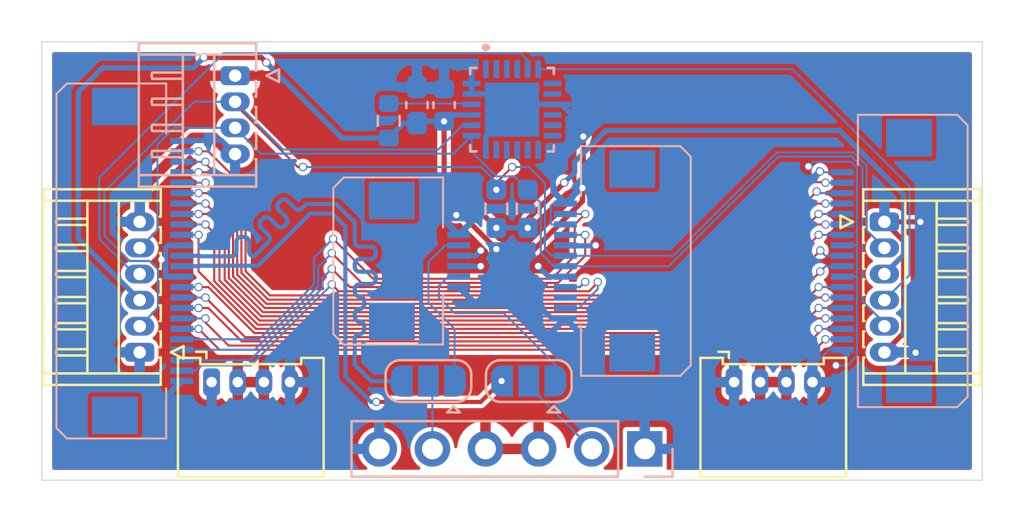
<source format=kicad_pcb>
(kicad_pcb (version 20240108) (generator "pcbnew") (generator_version "8.0")
  (layers (0 "F.Cu" signal) (31 "B.Cu" signal) (34 "B.Paste" user) (35 "F.Paste" user) (36 "B.SilkS" user "B.Silkscreen") (37 "F.SilkS" user "F.Silkscreen") (38 "B.Mask" user) (39 "F.Mask" user) (44 "Edge.Cuts" user))
  (net 0 "")
  (net 1 "GND")
  (net 2 "+3V3")
  (net 3 "+5V")
  (net 4 "SCL")
  (net 5 "SDA")
  (net 6 "Net-(U2-~{INT})")
  (net 7 "EXP Comms B")
  (net 8 "EXP Comms A")
  (net 11 "XShut 0")
  (net 18 "XShut 1")
  (net 25 "GPIO 2")
  (net 26 "GPIO 1")
  (net 27 "GPIO 0")
  (net 28 "GPIO 3")
  (net 29 "Exp 11")
  (net 30 "Exp 5")
  (net 31 "Exp 7")
  (net 32 "Exp 4")
  (net 33 "Exp 13")
  (net 34 "Exp 0")
  (net 35 "Exp 2")
  (net 36 "Exp 12")
  (net 37 "Exp 8")
  (net 38 "Exp 10")
  (net 39 "Exp 6")
  (net 40 "Exp 9")
  (net 41 "Exp 1")
  (net 42 "Exp 3")
  (net 43 "USB -")
  (net 44 "USB +")
  (net 45 "Net-(J2-Pin_2)")
  (net 46 "Net-(J2-Pin_5)")
  (footprint "Connector_Molex:Molex_PicoBlade_53048-0410_1x04_P1.25mm_Horizontal" (layer "F.Cu") (at 135.625 105.8)
    (property "Reference" "J4" (hide yes))
    (property "Value" "JST [D]" (hide yes))
  )
  (footprint "Connector_Hirose:Hirose_DF13-06P-1.25DS_1x06_P1.25mm_Horizontal" (layer "F.Cu") (at 132.1825 104.375001 90)
    (property "Reference" "U3" (hide yes))
    (property "Value" "TOF 0" (hide yes))
  )
  (footprint "Connector_Molex:Molex_PicoBlade_53048-0410_1x04_P1.25mm_Horizontal" (layer "F.Cu") (at 160.625 105.8)
    (property "Reference" "J3" (hide yes))
    (property "Value" "JST [D]" (hide yes))
  )
  (footprint "Connector_Hirose:Hirose_DF13-06P-1.25DS_1x06_P1.25mm_Horizontal" (layer "F.Cu") (at 167.8175 98.125 -90)
    (property "Reference" "U4" (hide yes))
    (property "Value" "TOF 1" (hide yes))
  )
  (footprint "Jumper:SolderJumper-3_P1.3mm_Open_RoundedPad1.0x1.5mm" (layer "B.Cu") (at 150.8 105.75 180)
    (property "Reference" "JP1" (hide yes))
    (property "Value" "SolderJumper_3_Open" (hide yes))
  )
  (footprint "Connector_PinHeader_2.54mm:PinHeader_1x06_P2.54mm_Vertical" (layer "B.Cu") (at 156.35 109 90)
    (property "Reference" "J2" (hide yes))
    (property "Value" "Pogo Pins" (hide yes))
  )
  (footprint "Resistor_SMD:R_0603_1608Metric" (layer "B.Cu") (at 144.1 93.285 90)
    (property "Reference" "R3" (hide yes))
    (property "Value" "10K" (hide yes))
  )
  (footprint "Connector_Hirose:Hirose_DF13-04P-1.25DS_1x04_P1.25mm_Horizontal" (layer "B.Cu") (at 136.75 91.125 -90)
    (property "Reference" "J1" (hide yes))
    (property "Value" "USB" (hide yes))
  )
  (footprint "FFC_Connector:FFC Aliexpress 0.5mm 6P" (layer "B.Cu") (at 146.5 100 90)
    (property "Reference" "U1" (hide yes))
    (property "Value" "Comms Link Expansion" (hide yes))
  )
  (footprint "Resistor_SMD:R_0603_1608Metric_Pad0.98x0.95mm_HandSolder" (layer "B.Cu") (at 149.25 97.5 90)
    (property "Reference" "R2" (hide yes))
    (property "Value" "10K" (hide yes))
  )
  (footprint "Capacitor_SMD:C_0603_1608Metric_Pad1.08x0.95mm_HandSolder" (layer "B.Cu") (at 145.45 92.535 90)
    (property "Reference" "C2" (hide yes))
    (property "Value" "22uF" (hide yes))
  )
  (footprint "Resistor_SMD:R_0603_1608Metric_Pad0.98x0.95mm_HandSolder" (layer "B.Cu") (at 150.75 97.5 90)
    (property "Reference" "R1" (hide yes))
    (property "Value" "10K" (hide yes))
  )
  (footprint "Capacitor_SMD:C_0603_1608Metric" (layer "B.Cu") (at 146.75 92.535 90)
    (property "Reference" "C1" (hide yes))
    (property "Value" "0.1uF" (hide yes))
  )
  (footprint "IO_Expander_TCA9535RTWR:QFN50P400X400X80-25N" (layer "B.Cu") (at 150 92.75 -90)
    (property "Reference" "U2" (hide yes))
    (property "Value" "TCA9535RTWR" (hide yes))
  )
  (footprint "FFC_Connector:FFC Aliexpress 0.5mm 24P" (layer "B.Cu") (at 133.25 100 90)
    (property "Reference" "U7" (hide yes))
    (property "Value" "Expansion" (hide yes))
  )
  (footprint "FFC_Connector:FFC Aliexpress 0.5mm 18P" (layer "B.Cu") (at 166.75 100 -90)
    (property "Reference" "U6" (hide yes))
    (property "Value" "Display" (hide yes))
  )
  (footprint "Jumper:SolderJumper-3_P1.3mm_Open_RoundedPad1.0x1.5mm" (layer "B.Cu") (at 146 105.75 180)
    (property "Reference" "JP2" (hide yes))
    (property "Value" "SolderJumper_3_Open" (hide yes))
  )
  (footprint "FFC_Connector:FFC Aliexpress 0.5mm 12P" (layer "B.Cu") (at 153.5 100 -90)
    (property "Reference" "U5" (hide yes))
    (property "Value" "FFC [U]" (hide yes))
  )
  (gr_rect (start 127.5 89.5) (end 172.5 110.5) (stroke (width 0.05)) (fill none) (layer "Edge.Cuts"))
  (segment (start 149.25 99.43) (end 151.077537 99.43) (width 0.25) (layer "F.Cu") (net 1))
  (segment (start 147.62 97.8) (end 147.33 97.8) (width 0.25) (layer "F.Cu") (net 1))
  (segment (start 167.8175 104.374999) (end 169.294999 104.374999) (width 0.25) (layer "F.Cu") (net 1))
  (segment (start 168.7425 103.449999) (end 167.8175 104.374999) (width 0.25) (layer "F.Cu") (net 1))
  (segment (start 132.1825 98.125002) (end 132.1825 96.648261) (width 0.5) (layer "F.Cu") (net 1))
  (segment (start 153.37 97.137537) (end 153.37 96.5) (width 0.25) (layer "F.Cu") (net 1))
  (segment (start 149.25 99.43) (end 147.62 97.8) (width 0.25) (layer "F.Cu") (net 1))
  (segment (start 168.7425 99.05) (end 168.7425 103.449999) (width 0.25) (layer "F.Cu") (net 1))
  (segment (start 167.8175 98.125) (end 168.7425 99.05) (width 0.25) (layer "F.Cu") (net 1))
  (segment (start 151.077537 99.43) (end 153.37 97.137537) (width 0.25) (layer "F.Cu") (net 1))
  (segment (start 167.8175 98.125) (end 169.535 98.125) (width 0.25) (layer "F.Cu") (net 1))
  (segment (start 153.41 96.46) (end 153.37 96.5) (width 0.25) (layer "F.Cu") (net 1))
  (segment (start 135.74 94.1) (end 136.514999 94.874999) (width 0.5) (layer "F.Cu") (net 1))
  (segment (start 132.1825 96.648261) (end 134.730761 94.1) (width 0.5) (layer "F.Cu") (net 1))
  (segment (start 136.514999 94.874999) (end 136.75 94.874999) (width 0.5) (layer "F.Cu") (net 1))
  (segment (start 169.294999 104.374999) (end 169.31 104.39) (width 0.25) (layer "F.Cu") (net 1))
  (segment (start 169.535 98.125) (end 169.54 98.13) (width 0.25) (layer "F.Cu") (net 1))
  (segment (start 153.41 94.04) (end 153.41 96.46) (width 0.25) (layer "F.Cu") (net 1))
  (segment (start 134.730761 94.1) (end 135.74 94.1) (width 0.5) (layer "F.Cu") (net 1))
  (via (at 149.25 99.43) (size 0.4) (drill 0.3) (layers "F.Cu" "B.Cu") (net 1))
  (via (at 147.33 97.8) (size 0.4) (drill 0.3) (layers "F.Cu" "B.Cu") (net 1))
  (via (at 169.54 98.13) (size 0.4) (drill 0.3) (layers "F.Cu" "B.Cu") (net 1))
  (via (at 164.731671 95.713341) (size 0.4) (drill 0.3) (layers "F.Cu" "B.Cu") (net 1))
  (via (at 153.41 94.04) (size 0.4) (drill 0.3) (layers "F.Cu" "B.Cu") (net 1))
  (via (at 169.31 104.39) (size 0.4) (drill 0.3) (layers "F.Cu" "B.Cu") (net 1))
  (via (at 153.37 96.5) (size 0.4) (drill 0.3) (layers "F.Cu" "B.Cu") (net 1))
  (segment (start 148.75 94) (end 150 92.75) (width 0.25) (layer "B.Cu") (net 1))
  (segment (start 151.85 97.36) (end 151.96 97.25) (width 0.1) (layer "B.Cu") (net 1))
  (segment (start 150.25 92.5) (end 151.935 92.5) (width 0.25) (layer "B.Cu") (net 1))
  (segment (start 149.27 99.62) (end 149.27 99.45) (width 0.25) (layer "B.Cu") (net 1))
  (segment (start 165.8 95.75) (end 164.76833 95.75) (width 0.1) (layer "B.Cu") (net 1))
  (segment (start 153.37 96.5) (end 153.3 96.5) (width 0.25) (layer "B.Cu") (net 1))
  (segment (start 152.55 102.75) (end 151.9 102.75) (width 0.25) (layer "B.Cu") (net 1))
  (segment (start 152.55 98.250001) (end 151.9 98.250001) (width 0.1) (layer "B.Cu") (net 1))
  (segment (start 164.76833 95.75) (end 164.731671 95.713341) (width 0.1) (layer "B.Cu") (net 1))
  (segment (start 153.3 96.5) (end 152.55 97.25) (width 0.25) (layer "B.Cu") (net 1))
  (segment (start 148.75 94.685) (end 148.75 94) (width 0.25) (layer "B.Cu") (net 1))
  (segment (start 164.375 105.8) (end 164.375 105.05) (width 0.1) (layer "B.Cu") (net 1))
  (segment (start 164.375 105.05) (end 165.175 104.25) (width 0.1) (layer "B.Cu") (net 1))
  (segment (start 151.935 92.5) (end 152.365 92.5) (width 0.25) (layer "B.Cu") (net 1))
  (segment (start 134.224999 94.225) (end 136.100001 94.225) (width 0.25) (layer "B.Cu") (net 1))
  (segment (start 148.065 91.5) (end 148.065 91.999999) (width 0.25) (layer "B.Cu") (net 1))
  (segment (start 151.96 97.25) (end 152.55 97.25) (width 0.1) (layer "B.Cu") (net 1))
  (segment (start 149.27 99.45) (end 149.25 99.43) (width 0.25) (layer "B.Cu") (net 1))
  (segment (start 136.100001 94.225) (end 136.75 94.874999) (width 0.25) (layer "B.Cu") (net 1))
  (segment (start 148.064999 92) (end 149.25 92) (width 0.25) (layer "B.Cu") (net 1))
  (segment (start 150 92.75) (end 150.25 92.5) (width 0.25) (layer "B.Cu") (net 1))
  (segment (start 149.27 100.12) (end 149.27 99.62) (width 0.25) (layer "B.Cu") (net 1))
  (segment (start 149.25 92) (end 150 92.75) (width 0.25) (layer "B.Cu") (net 1))
  (segment (start 151.9 102.75) (end 149.27 100.12) (width 0.25) (layer "B.Cu") (net 1))
  (segment (start 151.85 98.200001) (end 151.85 97.36) (width 0.1) (layer "B.Cu") (net 1))
  (segment (start 148.065 91.999999) (end 148.064999 92) (width 0.25) (layer "B.Cu") (net 1))
  (segment (start 165.175 104.25) (end 165.8 104.25) (width 0.1) (layer "B.Cu") (net 1))
  (segment (start 152.365 92.5) (end 153.41 93.545) (width 0.25) (layer "B.Cu") (net 1))
  (segment (start 134.199999 94.25) (end 134.224999 94.225) (width 0.25) (layer "B.Cu") (net 1))
  (segment (start 151.9 98.250001) (end 151.85 98.200001) (width 0.1) (layer "B.Cu") (net 1))
  (segment (start 153.41 93.545) (end 153.41 94.04) (width 0.25) (layer "B.Cu") (net 1))
  (segment (start 150.75 98.4125) (end 150.75 98) (width 0.25) (layer "F.Cu") (net 2))
  (segment (start 149.25 98.4125) (end 146.75 95.9125) (width 0.25) (layer "F.Cu") (net 2))
  (segment (start 138 90.25) (end 138.25 90.5) (width 0.25) (layer "F.Cu") (net 2))
  (segment (start 150.75 98) (end 152.5 96.25) (width 0.25) (layer "F.Cu") (net 2))
  (segment (start 146.75 95.9125) (end 146.75 93.31) (width 0.25) (layer "F.Cu") (net 2))
  (segment (start 135.25 90.25) (end 138 90.25) (width 0.25) (layer "F.Cu") (net 2))
  (via (at 150.75 98.4125) (size 0.4) (drill 0.3) (layers "F.Cu" "B.Cu") (net 2))
  (via (at 149.25 98.4125) (size 0.4) (drill 0.3) (layers "F.Cu" "B.Cu") (net 2))
  (via (at 146.75 93.31) (size 0.4) (drill 0.3) (layers "F.Cu" "B.Cu") (net 2))
  (via (at 135.25 90.25) (size 0.4) (drill 0.3) (layers "F.Cu" "B.Cu") (net 2))
  (via (at 138.25 90.5) (size 0.4) (drill 0.3) (layers "F.Cu" "B.Cu") (net 2))
  (via (at 152.5 96.25) (size 0.4) (drill 0.3) (layers "F.Cu" "B.Cu") (net 2))
  (segment (start 148.065 93) (end 147.06 93) (width 0.25) (layer "B.Cu") (net 2))
  (segment (start 132.1825 101.875001) (end 129.25 98.942501) (width 0.25) (layer "B.Cu") (net 2))
  (segment (start 154.5 93.75) (end 165.671751 93.75) (width 0.25) (layer "B.Cu") (net 2))
  (segment (start 129.25 98.942501) (end 129.25 93) (width 0.25) (layer "B.Cu") (net 2))
  (segment (start 153 95.25) (end 154.5 93.75) (width 0.25) (layer "B.Cu") (net 2))
  (segment (start 145.45 93.397501) (end 144.812499 93.397501) (width 0.25) (layer "B.Cu") (net 2))
  (segment (start 149.25 98.4125) (end 150.75 98.4125) (width 0.25) (layer "B.Cu") (net 2))
  (segment (start 131 90.75) (end 134.75 90.75) (width 0.25) (layer "B.Cu") (net 2))
  (segment (start 165.671751 93.75) (end 168.7425 96.820749) (width 0.25) (layer "B.Cu") (net 2))
  (segment (start 153 95.75) (end 153 95.25) (width 0.25) (layer "B.Cu") (net 2))
  (segment (start 146.75 93.31) (end 145.537501 93.31) (width 0.25) (layer "B.Cu") (net 2))
  (segment (start 138.25 90.5) (end 141.86 94.11) (width 0.25) (layer "B.Cu") (net 2))
  (segment (start 130.4 90.75) (end 131 90.75) (width 0.25) (layer "B.Cu") (net 2))
  (segment (start 144.812499 93.397501) (end 144.1 94.11) (width 0.25) (layer "B.Cu") (net 2))
  (segment (start 147.06 93) (end 146.75 93.31) (width 0.25) (layer "B.Cu") (net 2))
  (segment (start 141.86 94.11) (end 144.1 94.11) (width 0.25) (layer "B.Cu") (net 2))
  (segment (start 129.25 91.9) (end 130.4 90.75) (width 0.25) (layer "B.Cu") (net 2))
  (segment (start 134.75 90.75) (end 135.25 90.25) (width 0.25) (layer "B.Cu") (net 2))
  (segment (start 168.7425 99.7) (end 167.8175 100.625) (width 0.25) (layer "B.Cu") (net 2))
  (segment (start 168.7425 96.820749) (end 168.7425 99.7) (width 0.25) (layer "B.Cu") (net 2))
  (segment (start 145.537501 93.31) (end 145.45 93.397501) (width 0.25) (layer "B.Cu") (net 2))
  (segment (start 129.25 93) (end 129.25 91.9) (width 0.25) (layer "B.Cu") (net 2))
  (segment (start 152.5 96.25) (end 153 95.75) (width 0.25) (layer "B.Cu") (net 2))
  (via (at 151.25 100.25) (size 0.4) (drill 0.3) (layers "F.Cu" "B.Cu") (net 3))
  (via (at 148.5 100.25) (size 0.4) (drill 0.3) (layers "F.Cu" "B.Cu") (net 3))
  (via (at 164.183071 95.470356) (size 0.4) (drill 0.3) (layers "F.Cu" "B.Cu") (net 3))
  (via (at 154 99.25) (size 0.4) (drill 0.3) (layers "F.Cu" "B.Cu") (net 3))
  (via (at 148.5 99.5) (size 0.4) (drill 0.3) (layers "F.Cu" "B.Cu") (net 3))
  (via (at 133.23 99.93) (size 0.4) (drill 0.3) (layers "F.Cu" "B.Cu") (net 3))
  (via (at 165.5 105) (size 0.4) (drill 0.3) (layers "F.Cu" "B.Cu") (net 3))
  (segment (start 151.750001 100.750001) (end 151.25 100.25) (width 0.25) (layer "B.Cu") (net 3))
  (segment (start 152.575001 99.275) (end 153.975 99.275) (width 0.25) (layer "B.Cu") (net 3))
  (segment (start 164.403427 95.25) (end 164.183071 95.470356) (width 0.1) (layer "B.Cu") (net 3))
  (segment (start 133.42 99.38) (end 133.42 100.74) (width 0.25) (layer "B.Cu") (net 3))
  (segment (start 133.430001 100.750001) (end 134.2 100.750001) (width 0.25) (layer "B.Cu") (net 3))
  (segment (start 133.42 100.74) (end 133.42 100.12) (width 0.25) (layer "B.Cu") (net 3))
  (segment (start 166.5 99.299999) (end 166.5 100.700001) (width 0.1) (layer "B.Cu") (net 3))
  (segment (start 164.558615 95.25) (end 164.403427 95.25) (width 0.1) (layer "B.Cu") (net 3))
  (segment (start 166.5 95.532842) (end 166.5 99.299999) (width 0.1) (layer "B.Cu") (net 3))
  (segment (start 147.45 99.75) (end 148.25 99.75) (width 0.25) (layer "B.Cu") (net 3))
  (segment (start 166.05 105) (end 165.5 105) (width 0.1) (layer "B.Cu") (net 3))
  (segment (start 147.45 100.25) (end 148.5 100.25) (width 0.25) (layer "B.Cu") (net 3))
  (segment (start 164.558615 95.25) (end 166.217158 95.25) (width 0.1) (layer "B.Cu") (net 3))
  (segment (start 153.975 99.275) (end 154 99.25) (width 0.25) (layer "B.Cu") (net 3))
  (segment (start 133.550001 99.249999) (end 133.42 99.38) (width 0.25) (layer "B.Cu") (net 3))
  (segment (start 152.55 99.249999) (end 152.575001 99.275) (width 0.25) (layer "B.Cu") (net 3))
  (segment (start 152.55 100.750001) (end 151.750001 100.750001) (width 0.25) (layer "B.Cu") (net 3))
  (segment (start 166.45 100.750001) (end 165.8 100.750001) (width 0.1) (layer "B.Cu") (net 3))
  (segment (start 165.8 99.249999) (end 166.45 99.249999) (width 0.1) (layer "B.Cu") (net 3))
  (segment (start 133.42 100.12) (end 133.23 99.93) (width 0.25) (layer "B.Cu") (net 3))
  (segment (start 166.5 100.700001) (end 166.5 104.55) (width 0.1) (layer "B.Cu") (net 3))
  (segment (start 166.5 104.55) (end 166.05 105) (width 0.1) (layer "B.Cu") (net 3))
  (segment (start 148.25 99.75) (end 148.5 99.5) (width 0.25) (layer "B.Cu") (net 3))
  (segment (start 166.217158 95.25) (end 166.5 95.532842) (width 0.1) (layer "B.Cu") (net 3))
  (segment (start 166.5 100.700001) (end 166.45 100.750001) (width 0.1) (layer "B.Cu") (net 3))
  (segment (start 166.45 99.249999) (end 166.5 99.299999) (width 0.1) (layer "B.Cu") (net 3))
  (segment (start 133.42 100.74) (end 133.430001 100.750001) (width 0.25) (layer "B.Cu") (net 3))
  (segment (start 134.2 99.249999) (end 133.550001 99.249999) (width 0.25) (layer "B.Cu") (net 3))
  (segment (start 148.065 94.758296) (end 149.256704 95.95) (width 0.1) (layer "B.Cu") (net 4))
  (segment (start 167.8175 103.125) (end 167.8175 102.973527) (width 0.1) (layer "B.Cu") (net 4))
  (segment (start 150.1125 95.95) (end 150.75 96.5875) (width 0.1) (layer "B.Cu") (net 4))
  (segment (start 136.75 93.625) (end 137.985 94.86) (width 0.1) (layer "B.Cu") (net 4))
  (segment (start 133.0325 98.525001) (end 133.0325 94.417499) (width 0.1) (layer "B.Cu") (net 4))
  (segment (start 132.1825 99.375001) (end 133.0325 98.525001) (width 0.1) (layer "B.Cu") (net 4))
  (segment (start 137.985 94.86) (end 147.205 94.86) (width 0.1) (layer "B.Cu") (net 4))
  (segment (start 162.75 95) (end 157.5 100.25) (width 0.1) (layer "B.Cu") (net 4))
  (segment (start 133.0325 94.417499) (end 133.824999 93.625) (width 0.1) (layer "B.Cu") (net 4))
  (segment (start 151.375 99.625) (end 152 100.25) (width 0.1) (layer "B.Cu") (net 4))
  (segment (start 166.7675 101.923527) (end 166.7675 95.5175) (width 0.1) (layer "B.Cu") (net 4))
  (segment (start 149.256704 95.95) (end 150.1125 95.95) (width 0.1) (layer "B.Cu") (net 4))
  (segment (start 152 100.25) (end 152.55 100.25) (width 0.1) (layer "B.Cu") (net 4))
  (segment (start 157.5 100.25) (end 152.55 100.25) (width 0.1) (layer "B.Cu") (net 4))
  (segment (start 166.25 95) (end 162.75 95) (width 0.1) (layer "B.Cu") (net 4))
  (segment (start 150.75 96.5875) (end 151.375 97.2125) (width 0.1) (layer "B.Cu") (net 4))
  (segment (start 148.065 94) (end 148.065 94.758296) (width 0.1) (layer "B.Cu") (net 4))
  (segment (start 147.205 94.86) (end 148.065 94) (width 0.1) (layer "B.Cu") (net 4))
  (segment (start 167.8175 102.973527) (end 166.7675 101.923527) (width 0.1) (layer "B.Cu") (net 4))
  (segment (start 133.824999 93.625) (end 136.75 93.625) (width 0.1) (layer "B.Cu") (net 4))
  (segment (start 151.375 97.2125) (end 151.375 99.625) (width 0.1) (layer "B.Cu") (net 4))
  (segment (start 166.7675 95.5175) (end 166.25 95) (width 0.1) (layer "B.Cu") (net 4))
  (segment (start 149.25 96.25) (end 149.25 96.5875) (width 0.1) (layer "F.Cu") (net 5))
  (segment (start 136.75 92.374999) (end 136.75 92.5) (width 0.1) (layer "F.Cu") (net 5))
  (segment (start 139.5 95.25) (end 139.75 95.5) (width 0.1) (layer "F.Cu") (net 5))
  (segment (start 139.75 95.5) (end 140 95.5) (width 0.1) (layer "F.Cu") (net 5))
  (segment (start 136.75 92.5) (end 139.5 95.25) (width 0.1) (layer "F.Cu") (net 5))
  (segment (start 150 95.5) (end 149.25 96.25) (width 0.1) (layer "F.Cu") (net 5))
  (via (at 149.25 96.5875) (size 0.4) (drill 0.3) (layers "F.Cu" "B.Cu") (net 5))
  (via (at 150 95.5) (size 0.4) (drill 0.3) (layers "F.Cu" "B.Cu") (net 5))
  (via (at 140 95.5) (size 0.4) (drill 0.3) (layers "F.Cu" "B.Cu") (net 5))
  (segment (start 133.06 100.403974) (end 133.06 102.247502) (width 0.1) (layer "B.Cu") (net 5))
  (segment (start 146.474999 94.66) (end 147.634999 93.5) (width 0.1) (layer "B.Cu") (net 5))
  (segment (start 130.5 98.791029) (end 131.708971 100) (width 0.1) (layer "B.Cu") (net 5))
  (segment (start 151.575 96.268297) (end 150.806703 95.5) (width 0.1) (layer "B.Cu") (net 5))
  (segment (start 166.332843 94.8) (end 166.9675 95.434657) (width 0.1) (layer "B.Cu") (net 5))
  (segment (start 148.523862 95.5) (end 149.25 96.226138) (width 0.1) (layer "B.Cu") (net 5))
  (segment (start 134.792158 92.374999) (end 130.5 96.667157) (width 0.1) (layer "B.Cu") (net 5))
  (segment (start 136.75 92.374999) (end 139.035001 94.66) (width 0.1) (layer "B.Cu") (net 5))
  (segment (start 139.035001 94.66) (end 146.474999 94.66) (width 0.1) (layer "B.Cu") (net 5))
  (segment (start 140 95.5) (end 148.523862 95.5) (width 0.1) (layer "B.Cu") (net 5))
  (segment (start 151.575 99.425) (end 151.575 96.268297) (width 0.1) (layer "B.Cu") (net 5))
  (segment (start 130.5 96.667157) (end 130.5 98.791029) (width 0.1) (layer "B.Cu") (net 5))
  (segment (start 151.9 99.75) (end 151.575 99.425) (width 0.1) (layer "B.Cu") (net 5))
  (segment (start 133.06 102.247502) (end 132.1825 103.125002) (width 0.1) (layer "B.Cu") (net 5))
  (segment (start 152.55 99.75) (end 157.717158 99.75) (width 0.1) (layer "B.Cu") (net 5))
  (segment (start 131.708971 100) (end 132.656026 100) (width 0.1) (layer "B.Cu") (net 5))
  (segment (start 132.656026 100) (end 133.06 100.403974) (width 0.1) (layer "B.Cu") (net 5))
  (segment (start 150.806703 95.5) (end 150 95.5) (width 0.1) (layer "B.Cu") (net 5))
  (segment (start 136.75 92.374999) (end 134.792158 92.374999) (width 0.1) (layer "B.Cu") (net 5))
  (segment (start 162.667158 94.8) (end 166.332843 94.8) (width 0.1) (layer "B.Cu") (net 5))
  (segment (start 147.634999 93.5) (end 148.064999 93.5) (width 0.1) (layer "B.Cu") (net 5))
  (segment (start 152.55 99.75) (end 151.9 99.75) (width 0.1) (layer "B.Cu") (net 5))
  (segment (start 166.9675 95.434657) (end 166.9675 98.524999) (width 0.1) (layer "B.Cu") (net 5))
  (segment (start 157.717158 99.75) (end 162.667158 94.8) (width 0.1) (layer "B.Cu") (net 5))
  (segment (start 149.25 96.226138) (end 149.25 96.5875) (width 0.1) (layer "B.Cu") (net 5))
  (segment (start 166.9675 98.524999) (end 167.8175 99.374999) (width 0.1) (layer "B.Cu") (net 5))
  (segment (start 148.025 92.46) (end 148.065 92.5) (width 0.1) (layer "B.Cu") (net 6))
  (segment (start 144.1 92.46) (end 148.025 92.46) (width 0.1) (layer "B.Cu") (net 6))
  (segment (start 147.25 103.25) (end 146 102) (width 0.1) (layer "B.Cu") (net 7))
  (segment (start 146 102) (end 146 100.049999) (width 0.1) (layer "B.Cu") (net 7))
  (segment (start 147.25 105.7) (end 147.25 103.25) (width 0.1) (layer "B.Cu") (net 7))
  (segment (start 147.3 105.75) (end 147.25 105.7) (width 0.1) (layer "B.Cu") (net 7))
  (segment (start 146.8 99.249999) (end 147.45 99.249999) (width 0.1) (layer "B.Cu") (net 7))
  (segment (start 146 100.049999) (end 146.8 99.249999) (width 0.1) (layer "B.Cu") (net 7))
  (segment (start 152.1 104.995) (end 149.605 102.5) (width 0.1) (layer "B.Cu") (net 8))
  (segment (start 152.1 105.75) (end 152.1 104.995) (width 0.1) (layer "B.Cu") (net 8))
  (segment (start 146.5 101.2) (end 146.949999 100.750001) (width 0.1) (layer "B.Cu") (net 8))
  (segment (start 147.25 102.5) (end 146.5 101.75) (width 0.1) (layer "B.Cu") (net 8))
  (segment (start 146.5 101.75) (end 146.5 101.2) (width 0.1) (layer "B.Cu") (net 8))
  (segment (start 146.949999 100.750001) (end 147.45 100.750001) (width 0.1) (layer "B.Cu") (net 8))
  (segment (start 149.605 102.5) (end 147.25 102.5) (width 0.1) (layer "B.Cu") (net 8))
  (segment (start 131.9325 100.625002) (end 130.25 98.942502) (width 0.1) (layer "B.Cu") (net 11))
  (segment (start 130.25 96) (end 136.2 90.05) (width 0.1) (layer "B.Cu") (net 11))
  (segment (start 130.25 98.942502) (end 130.25 96) (width 0.1) (layer "B.Cu") (net 11))
  (segment (start 132.1825 100.625002) (end 131.9325 100.625002) (width 0.1) (layer "B.Cu") (net 11))
  (segment (start 150.75 90.384999) (end 150.75 90.814999) (width 0.1) (layer "B.Cu") (net 11))
  (segment (start 136.2 90.05) (end 150.415001 90.05) (width 0.1) (layer "B.Cu") (net 11))
  (segment (start 150.415001 90.05) (end 150.75 90.384999) (width 0.1) (layer "B.Cu") (net 11))
  (segment (start 163.415 90.815) (end 151.25 90.815) (width 0.1) (layer "B.Cu") (net 18))
  (segment (start 169.0175 96.4175) (end 163.415 90.815) (width 0.1) (layer "B.Cu") (net 18))
  (segment (start 169.0175 100.674999) (end 169.0175 96.4175) (width 0.1) (layer "B.Cu") (net 18))
  (segment (start 167.8175 101.874999) (end 169.0175 100.674999) (width 0.1) (layer "B.Cu") (net 18))
  (segment (start 142.25 101.25) (end 153.25 101.25) (width 0.1) (layer "F.Cu") (net 25))
  (segment (start 141.375 100.375) (end 142.25 101.25) (width 0.1) (layer "F.Cu") (net 25))
  (segment (start 153.25 101.25) (end 153.5 101) (width 0.1) (layer "F.Cu") (net 25))
  (via (at 153.5 101) (size 0.4) (drill 0.3) (layers "F.Cu" "B.Cu") (net 25))
  (via (at 141.375 100.375) (size 0.4) (drill 0.3) (layers "F.Cu" "B.Cu") (net 25))
  (segment (start 152.55 101.25) (end 153.25 101.25) (width 0.1) (layer "B.Cu") (net 25))
  (segment (start 137.467158 104.75) (end 140.925 101.292158) (width 0.1) (layer "B.Cu") (net 25))
  (segment (start 134.2 104.75) (end 137.467158 104.75) (width 0.1) (layer "B.Cu") (net 25))
  (segment (start 140.925 100.825) (end 141.375 100.375) (width 0.1) (layer "B.Cu") (net 25))
  (segment (start 140.925 101.292158) (end 140.925 100.825) (width 0.1) (layer "B.Cu") (net 25))
  (segment (start 153.25 101.25) (end 153.5 101) (width 0.1) (layer "B.Cu") (net 25))
  (segment (start 152.2 101.05) (end 153.5 99.75) (width 0.1) (layer "F.Cu") (net 26))
  (segment (start 141.375 99.625) (end 142.8 101.05) (width 0.1) (layer "F.Cu") (net 26))
  (segment (start 153.5 99.75) (end 153.5 98.75) (width 0.1) (layer "F.Cu") (net 26))
  (segment (start 142.8 101.05) (end 152.2 101.05) (width 0.1) (layer "F.Cu") (net 26))
  (via (at 153.5 98.75) (size 0.4) (drill 0.3) (layers "F.Cu" "B.Cu") (net 26))
  (via (at 141.375 99.625) (size 0.4) (drill 0.3) (layers "F.Cu" "B.Cu") (net 26))
  (segment (start 137.684316 104.25) (end 134.2 104.25) (width 0.1) (layer "B.Cu") (net 26))
  (segment (start 152.55 98.75) (end 153.5 98.75) (width 0.1) (layer "B.Cu") (net 26))
  (segment (start 140.725 100.275) (end 140.725 101.209316) (width 0.1) (layer "B.Cu") (net 26))
  (segment (start 140.725 101.209316) (end 137.684316 104.25) (width 0.1) (layer "B.Cu") (net 26))
  (segment (start 141.375 99.625) (end 140.725 100.275) (width 0.1) (layer "B.Cu") (net 26))
  (segment (start 151.9 100.85) (end 153 99.75) (width 0.1) (layer "F.Cu") (net 27))
  (segment (start 153 99.75) (end 153 98.25) (width 0.1) (layer "F.Cu") (net 27))
  (segment (start 153 98.25) (end 153.5 97.75) (width 0.1) (layer "F.Cu") (net 27))
  (segment (start 143.35 100.85) (end 151.9 100.85) (width 0.1) (layer "F.Cu") (net 27))
  (segment (start 141.4375 98.9375) (end 143.35 100.85) (width 0.1) (layer "F.Cu") (net 27))
  (via (at 153.5 97.75) (size 0.4) (drill 0.3) (layers "F.Cu" "B.Cu") (net 27))
  (via (at 141.4375 98.9375) (size 0.4) (drill 0.3) (layers "F.Cu" "B.Cu") (net 27))
  (segment (start 141.426103 98.9375) (end 141.4375 98.9375) (width 0.1) (layer "B.Cu") (net 27))
  (segment (start 140.525 101.126474) (end 140.525 99.838603) (width 0.1) (layer "B.Cu") (net 27))
  (segment (start 137.901474 103.75) (end 140.525 101.126474) (width 0.1) (layer "B.Cu") (net 27))
  (segment (start 134.2 103.75) (end 137.901474 103.75) (width 0.1) (layer "B.Cu") (net 27))
  (segment (start 140.525 99.838603) (end 141.426103 98.9375) (width 0.1) (layer "B.Cu") (net 27))
  (segment (start 152.55 97.75) (end 153.5 97.75) (width 0.1) (layer "B.Cu") (net 27))
  (segment (start 154.100003 100.963606) (end 154.100003 101) (width 0.1) (layer "F.Cu") (net 28))
  (segment (start 141.7 101.45) (end 153.686397 101.45) (width 0.1) (layer "F.Cu") (net 28))
  (segment (start 153.686397 101.45) (end 154.100003 101.036394) (width 0.1) (layer "F.Cu") (net 28))
  (segment (start 154.100003 101.036394) (end 154.100003 100.963606) (width 0.1) (layer "F.Cu") (net 28))
  (segment (start 141.375 101.125) (end 141.7 101.45) (width 0.1) (layer "F.Cu") (net 28))
  (via (at 141.375 101.125) (size 0.4) (drill 0.3) (layers "F.Cu" "B.Cu") (net 28))
  (via (at 154.100003 101) (size 0.4) (drill 0.3) (layers "F.Cu" "B.Cu") (net 28))
  (segment (start 153.2 102.25) (end 154.100003 101.349997) (width 0.1) (layer "B.Cu") (net 28))
  (segment (start 137.5 105) (end 135.1 105) (width 0.1) (layer "B.Cu") (net 28))
  (segment (start 135.1 105) (end 134.85 105.25) (width 0.1) (layer "B.Cu") (net 28))
  (segment (start 152.55 102.25) (end 153.2 102.25) (width 0.1) (layer "B.Cu") (net 28))
  (segment (start 154.100003 101.349997) (end 154.100003 101) (width 0.1) (layer "B.Cu") (net 28))
  (segment (start 141.375 101.125) (end 137.5 105) (width 0.1) (layer "B.Cu") (net 28))
  (segment (start 134.85 105.25) (end 134.2 105.25) (width 0.1) (layer "B.Cu") (net 28))
  (segment (start 163.15 101.071282) (end 163.15 98.631937) (width 0.1) (layer "F.Cu") (net 29))
  (segment (start 162.171282 102.05) (end 163.15 101.071282) (width 0.1) (layer "F.Cu") (net 29))
  (segment (start 136.85 100.652043) (end 138.247957 102.05) (width 0.1) (layer "F.Cu") (net 29))
  (segment (start 164.531937 97.25) (end 165 97.25) (width 0.1) (layer "F.Cu") (net 29))
  (segment (start 135.468059 95.75) (end 136.85 97.131941) (width 0.1) (layer "F.Cu") (net 29))
  (segment (start 136.85 97.131941) (end 136.85 100.652043) (width 0.1) (layer "F.Cu") (net 29))
  (segment (start 138.247957 102.05) (end 162.171282 102.05) (width 0.1) (layer "F.Cu") (net 29))
  (segment (start 135 95.75) (end 135.468059 95.75) (width 0.1) (layer "F.Cu") (net 29))
  (segment (start 163.15 98.631937) (end 164.531937 97.25) (width 0.1) (layer "F.Cu") (net 29))
  (via (at 165 97.25) (size 0.4) (drill 0.3) (layers "F.Cu" "B.Cu") (net 29))
  (via (at 135 95.75) (size 0.4) (drill 0.3) (layers "F.Cu" "B.Cu") (net 29))
  (segment (start 165.8 97.25) (end 165 97.25) (width 0.1) (layer "B.Cu") (net 29))
  (segment (start 134.2 95.75) (end 135 95.75) (width 0.1) (layer "B.Cu") (net 29))
  (segment (start 137.750905 103.25) (end 162.668334 103.25) (width 0.1) (layer "F.Cu") (net 30))
  (segment (start 162.668334 103.25) (end 164.668336 101.249998) (width 0.1) (layer "F.Cu") (net 30))
  (segment (start 135 98.75) (end 135 100.499095) (width 0.1) (layer "F.Cu") (net 30))
  (segment (start 135 100.499095) (end 137.750905 103.25) (width 0.1) (layer "F.Cu") (net 30))
  (via (at 164.668336 101.249998) (size 0.4) (drill 0.3) (layers "F.Cu" "B.Cu") (net 30))
  (via (at 135 98.75) (size 0.4) (drill 0.3) (layers "F.Cu" "B.Cu") (net 30))
  (segment (start 164.668338 101.25) (end 164.668336 101.249998) (width 0.1) (layer "B.Cu") (net 30))
  (segment (start 134.2 98.75) (end 135 98.75) (width 0.1) (layer "B.Cu") (net 30))
  (segment (start 165.8 101.25) (end 164.668338 101.25) (width 0.1) (layer "B.Cu") (net 30))
  (segment (start 135.468063 97.75) (end 136 98.281937) (width 0.1) (layer "F.Cu") (net 31))
  (segment (start 163.992746 101.359904) (end 163.992746 100.257254) (width 0.1) (layer "F.Cu") (net 31))
  (segment (start 162.50265 102.85) (end 163.992746 101.359904) (width 0.1) (layer "F.Cu") (net 31))
  (segment (start 136 98.281937) (end 136 100.933411) (width 0.1) (layer "F.Cu") (net 31))
  (segment (start 163.992746 100.257254) (end 164.75 99.5) (width 0.1) (layer "F.Cu") (net 31))
  (segment (start 137.916589 102.85) (end 162.50265 102.85) (width 0.1) (layer "F.Cu") (net 31))
  (segment (start 135 97.75) (end 135.468063 97.75) (width 0.1) (layer "F.Cu") (net 31))
  (segment (start 136 100.933411) (end 137.916589 102.85) (width 0.1) (layer "F.Cu") (net 31))
  (via (at 164.75 99.5) (size 0.4) (drill 0.3) (layers "F.Cu" "B.Cu") (net 31))
  (via (at 135 97.75) (size 0.4) (drill 0.3) (layers "F.Cu" "B.Cu") (net 31))
  (segment (start 165 99.75) (end 164.75 99.5) (width 0.1) (layer "B.Cu") (net 31))
  (segment (start 165.8 99.75) (end 165 99.75) (width 0.1) (layer "B.Cu") (net 31))
  (segment (start 134.2 97.75) (end 135 97.75) (width 0.1) (layer "B.Cu") (net 31))
  (segment (start 164.531937 101.75) (end 162.831937 103.45) (width 0.1) (layer "F.Cu") (net 32))
  (segment (start 162.831937 103.45) (end 137.668063 103.45) (width 0.1) (layer "F.Cu") (net 32))
  (segment (start 135.468063 101.25) (end 135 101.25) (width 0.1) (layer "F.Cu") (net 32))
  (segment (start 165 101.75) (end 164.531937 101.75) (width 0.1) (layer "F.Cu") (net 32))
  (segment (start 137.668063 103.45) (end 135.468063 101.25) (width 0.1) (layer "F.Cu") (net 32))
  (via (at 135 101.25) (size 0.4) (drill 0.3) (layers "F.Cu" "B.Cu") (net 32))
  (via (at 165 101.75) (size 0.4) (drill 0.3) (layers "F.Cu" "B.Cu") (net 32))
  (segment (start 165.000001 101.749999) (end 165 101.75) (width 0.1) (layer "B.Cu") (net 32))
  (segment (start 134.2 101.25) (end 135 101.25) (width 0.1) (layer "B.Cu") (net 32))
  (segment (start 165.8 101.749999) (end 165.000001 101.749999) (width 0.1) (layer "B.Cu") (net 32))
  (segment (start 162.75 100.905598) (end 162.75 97.8636) (width 0.1) (layer "F.Cu") (net 33))
  (segment (start 162.005598 101.65) (end 162.75 100.905598) (width 0.1) (layer "F.Cu") (net 33))
  (segment (start 164.974264 96.224264) (end 165 96.25) (width 0.1) (layer "F.Cu") (net 33))
  (segment (start 138.413641 101.65) (end 162.005598 101.65) (width 0.1) (layer "F.Cu") (net 33))
  (segment (start 135.468063 94.75) (end 137.25 96.531937) (width 0.1) (layer "F.Cu") (net 33))
  (segment (start 137.25 100.486359) (end 138.413641 101.65) (width 0.1) (layer "F.Cu") (net 33))
  (segment (start 164.389336 96.224264) (end 164.974264 96.224264) (width 0.1) (layer "F.Cu") (net 33))
  (segment (start 135 94.75) (end 135.468063 94.75) (width 0.1) (layer "F.Cu") (net 33))
  (segment (start 137.25 96.531937) (end 137.25 100.486359) (width 0.1) (layer "F.Cu") (net 33))
  (segment (start 162.75 97.8636) (end 164.389336 96.224264) (width 0.1) (layer "F.Cu") (net 33))
  (via (at 165 96.25) (size 0.4) (drill 0.3) (layers "F.Cu" "B.Cu") (net 33))
  (via (at 135 94.75) (size 0.4) (drill 0.3) (layers "F.Cu" "B.Cu") (net 33))
  (segment (start 134.2 94.75) (end 135 94.75) (width 0.1) (layer "B.Cu") (net 33))
  (segment (start 165.8 96.25) (end 165 96.25) (width 0.1) (layer "B.Cu") (net 33))
  (segment (start 136 104.25) (end 164.5 104.25) (width 0.1) (layer "F.Cu") (net 34))
  (segment (start 135 103.25) (end 136 104.25) (width 0.1) (layer "F.Cu") (net 34))
  (segment (start 164.5 104.25) (end 165 103.75) (width 0.1) (layer "F.Cu") (net 34))
  (via (at 165 103.75) (size 0.4) (drill 0.3) (layers "F.Cu" "B.Cu") (net 34))
  (via (at 135 103.25) (size 0.4) (drill 0.3) (layers "F.Cu" "B.Cu") (net 34))
  (segment (start 165.8 103.75) (end 165 103.75) (width 0.1) (layer "B.Cu") (net 34))
  (segment (start 134.199999 103.25) (end 135 103.25) (width 0.1) (layer "B.Cu") (net 34))
  (segment (start 165 102.75) (end 164.531937 102.75) (width 0.1) (layer "F.Cu") (net 35))
  (segment (start 137.068063 103.85) (end 135.468063 102.25) (width 0.1) (layer "F.Cu") (net 35))
  (segment (start 135.468063 102.25) (end 135 102.25) (width 0.1) (layer "F.Cu") (net 35))
  (segment (start 164.531937 102.75) (end 163.431937 103.85) (width 0.1) (layer "F.Cu") (net 35))
  (segment (start 163.431937 103.85) (end 137.068063 103.85) (width 0.1) (layer "F.Cu") (net 35))
  (via (at 135 102.25) (size 0.4) (drill 0.3) (layers "F.Cu" "B.Cu") (net 35))
  (via (at 165 102.75) (size 0.4) (drill 0.3) (layers "F.Cu" "B.Cu") (net 35))
  (segment (start 134.2 102.25) (end 135 102.25) (width 0.1) (layer "B.Cu") (net 35))
  (segment (start 165.8 102.75) (end 165 102.75) (width 0.1) (layer "B.Cu") (net 35))
  (segment (start 135.2509 95.249998) (end 137.05 97.049098) (width 0.1) (layer "F.Cu") (net 36))
  (segment (start 162.08844 101.85) (end 162.95 100.98844) (width 0.1) (layer "F.Cu") (net 36))
  (segment (start 137.05 100.569201) (end 138.330799 101.85) (width 0.1) (layer "F.Cu") (net 36))
  (segment (start 137.05 97.049098) (end 137.05 100.569201) (width 0.1) (layer "F.Cu") (net 36))
  (segment (start 162.95 98.299997) (end 164.575733 96.674264) (width 0.1) (layer "F.Cu") (net 36))
  (segment (start 138.330799 101.85) (end 162.08844 101.85) (width 0.1) (layer "F.Cu") (net 36))
  (segment (start 162.95 100.98844) (end 162.95 98.299997) (width 0.1) (layer "F.Cu") (net 36))
  (via (at 135.331664 95.249998) (size 0.4) (drill 0.3) (layers "F.Cu" "B.Cu") (net 36))
  (via (at 164.575733 96.674264) (size 0.4) (drill 0.3) (layers "F.Cu" "B.Cu") (net 36))
  (segment (start 165.800001 96.75) (end 164.651469 96.75) (width 0.1) (layer "B.Cu") (net 36))
  (segment (start 164.651469 96.75) (end 164.575733 96.674264) (width 0.1) (layer "B.Cu") (net 36))
  (segment (start 134.2 95.25) (end 135.331662 95.25) (width 0.1) (layer "B.Cu") (net 36))
  (segment (start 135.331662 95.25) (end 135.331664 95.249998) (width 0.1) (layer "B.Cu") (net 36))
  (segment (start 162.419808 102.65) (end 137.999431 102.65) (width 0.1) (layer "F.Cu") (net 37))
  (segment (start 163.75 99.668334) (end 163.75 101.319808) (width 0.1) (layer "F.Cu") (net 37))
  (segment (start 136.25 98.168338) (end 135.331664 97.250002) (width 0.1) (layer "F.Cu") (net 37))
  (segment (start 164.668336 98.749998) (end 163.75 99.668334) (width 0.1) (layer "F.Cu") (net 37))
  (segment (start 163.75 101.319808) (end 162.419808 102.65) (width 0.1) (layer "F.Cu") (net 37))
  (segment (start 136.25 100.900569) (end 136.25 98.168338) (width 0.1) (layer "F.Cu") (net 37))
  (segment (start 137.999431 102.65) (end 136.25 100.900569) (width 0.1) (layer "F.Cu") (net 37))
  (via (at 135.331664 97.250002) (size 0.4) (drill 0.3) (layers "F.Cu" "B.Cu") (net 37))
  (via (at 164.668336 98.749998) (size 0.4) (drill 0.3) (layers "F.Cu" "B.Cu") (net 37))
  (segment (start 164.668338 98.75) (end 164.668336 98.749998) (width 0.1) (layer "B.Cu") (net 37))
  (segment (start 165.8 98.75) (end 164.668338 98.75) (width 0.1) (layer "B.Cu") (net 37))
  (segment (start 135.331662 97.25) (end 135.331664 97.250002) (width 0.1) (layer "B.Cu") (net 37))
  (segment (start 134.2 97.25) (end 135.331662 97.25) (width 0.1) (layer "B.Cu") (net 37))
  (segment (start 164.668336 97.749998) (end 163.35 99.068334) (width 0.1) (layer "F.Cu") (net 38))
  (segment (start 136.65 100.734885) (end 136.65 97.568338) (width 0.1) (layer "F.Cu") (net 38))
  (segment (start 163.35 99.068334) (end 163.35 101.154124) (width 0.1) (layer "F.Cu") (net 38))
  (segment (start 163.35 101.154124) (end 162.254124 102.25) (width 0.1) (layer "F.Cu") (net 38))
  (segment (start 138.165115 102.25) (end 136.65 100.734885) (width 0.1) (layer "F.Cu") (net 38))
  (segment (start 136.65 97.568338) (end 135.331664 96.250002) (width 0.1) (layer "F.Cu") (net 38))
  (segment (start 162.254124 102.25) (end 138.165115 102.25) (width 0.1) (layer "F.Cu") (net 38))
  (via (at 135.331664 96.250002) (size 0.4) (drill 0.3) (layers "F.Cu" "B.Cu") (net 38))
  (via (at 164.668336 97.749998) (size 0.4) (drill 0.3) (layers "F.Cu" "B.Cu") (net 38))
  (segment (start 134.2 96.25) (end 135.331662 96.25) (width 0.1) (layer "B.Cu") (net 38))
  (segment (start 135.331662 96.25) (end 135.331664 96.250002) (width 0.1) (layer "B.Cu") (net 38))
  (segment (start 164.668338 97.75) (end 164.668336 97.749998) (width 0.1) (layer "B.Cu") (net 38))
  (segment (start 165.8 97.75) (end 164.668338 97.75) (width 0.1) (layer "B.Cu") (net 38))
  (segment (start 164.75 100.5) (end 164.192746 101.057254) (width 0.1) (layer "F.Cu") (net 39))
  (segment (start 164.192746 101.442746) (end 162.585492 103.05) (width 0.1) (layer "F.Cu") (net 39))
  (segment (start 162.585492 103.05) (end 137.833747 103.05) (width 0.1) (layer "F.Cu") (net 39))
  (segment (start 137.833747 103.05) (end 135.75 100.966253) (width 0.1) (layer "F.Cu") (net 39))
  (segment (start 164.192746 101.057254) (end 164.192746 101.442746) (width 0.1) (layer "F.Cu") (net 39))
  (segment (start 135.75 100.966253) (end 135.75 98.668334) (width 0.1) (layer "F.Cu") (net 39))
  (segment (start 135.75 98.668334) (end 135.331664 98.249998) (width 0.1) (layer "F.Cu") (net 39))
  (via (at 135.331664 98.249998) (size 0.4) (drill 0.3) (layers "F.Cu" "B.Cu") (net 39))
  (via (at 164.75 100.5) (size 0.4) (drill 0.3) (layers "F.Cu" "B.Cu") (net 39))
  (segment (start 134.2 98.250001) (end 135.331661 98.250001) (width 0.1) (layer "B.Cu") (net 39))
  (segment (start 165 100.25) (end 164.75 100.5) (width 0.1) (layer "B.Cu") (net 39))
  (segment (start 135.331661 98.250001) (end 135.331664 98.249998) (width 0.1) (layer "B.Cu") (net 39))
  (segment (start 165.8 100.25) (end 165 100.25) (width 0.1) (layer "B.Cu") (net 39))
  (segment (start 162.336966 102.45) (end 163.55 101.236966) (width 0.1) (layer "F.Cu") (net 40))
  (segment (start 135.468059 96.75) (end 136.45 97.731941) (width 0.1) (layer "F.Cu") (net 40))
  (segment (start 136.45 97.731941) (end 136.45 100.817727) (width 0.1) (layer "F.Cu") (net 40))
  (segment (start 163.55 99.231937) (end 164.531937 98.25) (width 0.1) (layer "F.Cu") (net 40))
  (segment (start 163.55 101.236966) (end 163.55 99.231937) (width 0.1) (layer "F.Cu") (net 40))
  (segment (start 164.531937 98.25) (end 165 98.25) (width 0.1) (layer "F.Cu") (net 40))
  (segment (start 136.45 100.817727) (end 138.082273 102.45) (width 0.1) (layer "F.Cu") (net 40))
  (segment (start 135 96.75) (end 135.468059 96.75) (width 0.1) (layer "F.Cu") (net 40))
  (segment (start 138.082273 102.45) (end 162.336966 102.45) (width 0.1) (layer "F.Cu") (net 40))
  (via (at 165 98.25) (size 0.4) (drill 0.3) (layers "F.Cu" "B.Cu") (net 40))
  (via (at 135 96.75) (size 0.4) (drill 0.3) (layers "F.Cu" "B.Cu") (net 40))
  (segment (start 134.199999 96.75) (end 135 96.75) (width 0.1) (layer "B.Cu") (net 40))
  (segment (start 165.000001 98.250001) (end 165 98.25) (width 0.1) (layer "B.Cu") (net 40))
  (segment (start 165.8 98.250001) (end 165.000001 98.250001) (width 0.1) (layer "B.Cu") (net 40))
  (segment (start 135.331664 102.945267) (end 136.436397 104.05) (width 0.1) (layer "F.Cu") (net 41))
  (segment (start 135.331664 102.749998) (end 135.331664 102.945267) (width 0.1) (layer "F.Cu") (net 41))
  (segment (start 164.668336 103.445267) (end 164.668336 103.249998) (width 0.1) (layer "F.Cu") (net 41))
  (segment (start 136.436397 104.05) (end 164.063603 104.05) (width 0.1) (layer "F.Cu") (net 41))
  (segment (start 164.063603 104.05) (end 164.668336 103.445267) (width 0.1) (layer "F.Cu") (net 41))
  (via (at 164.668336 103.249998) (size 0.4) (drill 0.3) (layers "F.Cu" "B.Cu") (net 41))
  (via (at 135.331664 102.749998) (size 0.4) (drill 0.3) (layers "F.Cu" "B.Cu") (net 41))
  (segment (start 135.331662 102.75) (end 135.331664 102.749998) (width 0.1) (layer "B.Cu") (net 41))
  (segment (start 134.2 102.75) (end 135.331662 102.75) (width 0.1) (layer "B.Cu") (net 41))
  (segment (start 164.668338 103.25) (end 164.668336 103.249998) (width 0.1) (layer "B.Cu") (net 41))
  (segment (start 165.800001 103.25) (end 164.668338 103.25) (width 0.1) (layer "B.Cu") (net 41))
  (segment (start 164.668336 102.249998) (end 163.268334 103.65) (width 0.1) (layer "F.Cu") (net 42))
  (segment (start 137.231666 103.65) (end 163.268334 103.65) (width 0.1) (layer "F.Cu") (net 42))
  (segment (start 135.331664 101.749998) (end 137.231666 103.65) (width 0.1) (layer "F.Cu") (net 42))
  (via (at 164.668336 102.249998) (size 0.4) (drill 0.3) (layers "F.Cu" "B.Cu") (net 42))
  (via (at 135.331664 101.749998) (size 0.4) (drill 0.3) (layers "F.Cu" "B.Cu") (net 42))
  (segment (start 134.2 101.749999) (end 135.331663 101.749999) (width 0.1) (layer "B.Cu") (net 42))
  (segment (start 165.8 102.25) (end 164.668338 102.25) (width 0.1) (layer "B.Cu") (net 42))
  (segment (start 135.331663 101.749999) (end 135.331664 101.749998) (width 0.1) (layer "B.Cu") (net 42))
  (segment (start 164.668338 102.25) (end 164.668336 102.249998) (width 0.1) (layer "B.Cu") (net 42))
  (segment (start 143.475 99.551987) (end 143.475 99.671987) (width 0.2) (layer "B.Cu") (net 43))
  (segment (start 142.715 99.311987) (end 143.235 99.311987) (width 0.2) (layer "B.Cu") (net 43))
  (segment (start 142.475 98.1568) (end 141.5932 97.275) (width 0.2) (layer "B.Cu") (net 43))
  (segment (start 139.616117 97.476271) (end 139.262811 97.122965) (width 0.2) (layer "B.Cu") (net 43))
  (segment (start 143.235 99.911987) (end 142.715 99.911987) (width 0.2) (layer "B.Cu") (net 43))
  (segment (start 143.475 100.751987) (end 143.475 100.871987) (width 0.2) (layer "B.Cu") (net 43))
  (segment (start 137.989983 98.395723) (end 138.343323 98.749063) (width 0.2) (layer "B.Cu") (net 43))
  (segment (start 142.715 100.511987) (end 143.235 100.511987) (width 0.2) (layer "B.Cu") (net 43))
  (segment (start 137.4168 99.535) (end 137.4168 99.085349) (width 0.2) (layer "B.Cu") (net 43))
  (segment (start 135.050001 99.775) (end 135.025001 99.75) (width 0.2) (layer "B.Cu") (net 43))
  (segment (start 140.1568 97.275) (end 139.955529 97.476271) (width 0.2) (layer "B.Cu") (net 43))
  (segment (start 136.024746 99.775) (end 135.050001 99.775) (width 0.2) (layer "B.Cu") (net 43))
  (segment (start 138.074836 97.971459) (end 137.989983 98.056311) (width 0.2) (layer "B.Cu") (net 43))
  (segment (start 136.8168 99.085349) (end 136.8168 99.535) (width 0.2) (layer "B.Cu") (net 43))
  (segment (start 142.925 101.921987) (end 142.925 102.071987) (width 0.2) (layer "B.Cu") (net 43))
  (segment (start 142.475 104.975) (end 142.820203 105.320203) (width 0.2) (layer "B.Cu") (net 43))
  (segment (start 137.1768 98.845349) (end 137.0568 98.845349) (width 0.2) (layer "B.Cu") (net 43))
  (segment (start 142.475 103.871987) (end 142.475 104.975) (width 0.2) (layer "B.Cu") (net 43))
  (segment (start 138.923399 97.122965) (end 138.838546 97.207817) (width 0.2) (layer "B.Cu") (net 43))
  (segment (start 143.235 101.111987) (end 142.715 101.111987) (width 0.2) (layer "B.Cu") (net 43))
  (segment (start 143.25 105.75) (end 144.7 105.75) (width 0.2) (layer "B.Cu") (net 43))
  (segment (start 135.025001 99.75) (end 134.2 99.75) (width 0.2) (layer "B.Cu") (net 43))
  (segment (start 138.767588 98.3248) (end 138.414247 97.971459) (width 0.2) (layer "B.Cu") (net 43))
  (segment (start 138.258471 99.173328) (end 137.798852 99.632948) (width 0.2) (layer "B.Cu") (net 43))
  (segment (start 142.475 103.721987) (end 142.475 103.871987) (width 0.2) (layer "B.Cu") (net 43))
  (segment (start 136.5768 99.775) (end 136.4568 99.775) (width 0.2) (layer "B.Cu") (net 43))
  (segment (start 142.925 103.121987) (end 142.925 103.271987) (width 0.2) (layer "B.Cu") (net 43))
  (segment (start 142.475 101.351987) (end 142.475 101.471987) (width 0.2) (layer "B.Cu") (net 43))
  (segment (start 139.107 98.324799) (end 139.107 98.3248) (width 0.2) (layer "B.Cu") (net 43))
  (segment (start 142.475 99.071987) (end 142.475 98.1568) (width 0.2) (layer "B.Cu") (net 43))
  (segment (start 137.798852 99.632948) (end 137.6568 99.775) (width 0.2) (layer "B.Cu") (net 43))
  (segment (start 142.820203 105.320203) (end 143.25 105.75) (width 0.2) (layer "B.Cu") (net 43))
  (segment (start 141.5932 97.275) (end 140.1568 97.275) (width 0.2) (layer "B.Cu") (net 43))
  (segment (start 138.343323 99.088474) (end 138.258471 99.173328) (width 0.2) (layer "B.Cu") (net 43))
  (segment (start 142.475 102.521987) (end 142.475 102.671987) (width 0.2) (layer "B.Cu") (net 43))
  (segment (start 142.475 100.151987) (end 142.475 100.271987) (width 0.2) (layer "B.Cu") (net 43))
  (segment (start 136.4568 99.775) (end 136.024746 99.775) (width 0.2) (layer "B.Cu") (net 43))
  (segment (start 139.191851 98.239946) (end 139.107 98.324799) (width 0.2) (layer "B.Cu") (net 43))
  (segment (start 138.838546 97.547229) (end 139.191851 97.900534) (width 0.2) (layer "B.Cu") (net 43))
  (arc (start 137.6568 99.775) (mid 137.487094 99.704706) (end 137.4168 99.535) (width 0.2) (layer "B.Cu") (net 43))
  (arc (start 139.262811 97.122965) (mid 139.093105 97.05267) (end 138.923399 97.122965) (width 0.2) (layer "B.Cu") (net 43))
  (arc (start 142.925 102.071987) (mid 142.859099 102.231086) (end 142.7 102.296987) (width 0.2) (layer "B.Cu") (net 43))
  (arc (start 137.0568 98.845349) (mid 136.887094 98.915643) (end 136.8168 99.085349) (width 0.2) (layer "B.Cu") (net 43))
  (arc (start 142.925 103.271987) (mid 142.859099 103.431086) (end 142.7 103.496987) (width 0.2) (layer "B.Cu") (net 43))
  (arc (start 142.475 99.071987) (mid 142.545294 99.241693) (end 142.715 99.311987) (width 0.2) (layer "B.Cu") (net 43))
  (arc (start 142.7 102.296987) (mid 142.540901 102.362888) (end 142.475 102.521987) (width 0.2) (layer "B.Cu") (net 43))
  (arc (start 142.475 101.471987) (mid 142.540901 101.631086) (end 142.7 101.696987) (width 0.2) (layer "B.Cu") (net 43))
  (arc (start 142.7 101.696987) (mid 142.859099 101.762888) (end 142.925 101.921987) (width 0.2) (layer "B.Cu") (net 43))
  (arc (start 139.107 98.3248) (mid 138.937294 98.395095) (end 138.767588 98.3248) (width 0.2) (layer "B.Cu") (net 43))
  (arc (start 139.191851 97.900534) (mid 139.262146 98.07024) (end 139.191851 98.239946) (width 0.2) (layer "B.Cu") (net 43))
  (arc (start 138.838546 97.207817) (mid 138.768251 97.377523) (end 138.838546 97.547229) (width 0.2) (layer "B.Cu") (net 43))
  (arc (start 143.475 99.671987) (mid 143.404706 99.841693) (end 143.235 99.911987) (width 0.2) (layer "B.Cu") (net 43))
  (arc (start 143.475 100.871987) (mid 143.404706 101.041693) (end 143.235 101.111987) (width 0.2) (layer "B.Cu") (net 43))
  (arc (start 142.475 100.271987) (mid 142.545294 100.441693) (end 142.715 100.511987) (width 0.2) (layer "B.Cu") (net 43))
  (arc (start 139.955529 97.476271) (mid 139.785823 97.546566) (end 139.616117 97.476271) (width 0.2) (layer "B.Cu") (net 43))
  (arc (start 143.235 100.511987) (mid 143.404706 100.582281) (end 143.475 100.751987) (width 0.2) (layer "B.Cu") (net 43))
  (arc (start 142.7 103.496987) (mid 142.540901 103.562888) (end 142.475 103.721987) (width 0.2) (layer "B.Cu") (net 43))
  (arc (start 142.7 102.896987) (mid 142.859099 102.962888) (end 142.925 103.121987) (width 0.2) (layer "B.Cu") (net 43))
  (arc (start 142.715 101.111987) (mid 142.545294 101.182281) (end 142.475 101.351987) (width 0.2) (layer "B.Cu") (net 43))
  (arc (start 137.4168 99.085349) (mid 137.346506 98.915643) (end 137.1768 98.845349) (width 0.2) (layer "B.Cu") (net 43))
  (arc (start 136.8168 99.535) (mid 136.746506 99.704706) (end 136.5768 99.775) (width 0.2) (layer "B.Cu") (net 43))
  (arc (start 138.343323 98.749063) (mid 138.413617 98.918769) (end 138.343323 99.088474) (width 0.2) (layer "B.Cu") (net 43))
  (arc (start 137.989983 98.056311) (mid 137.919688 98.226017) (end 137.989983 98.395723) (width 0.2) (layer "B.Cu") (net 43))
  (arc (start 142.715 99.911987) (mid 142.545294 99.982281) (end 142.475 100.151987) (width 0.2) (layer "B.Cu") (net 43))
  (arc (start 138.414247 97.971459) (mid 138.244542 97.901164) (end 138.074836 97.971459) (width 0.2) (layer "B.Cu") (net 43))
  (arc (start 142.475 102.671987) (mid 142.540901 102.831086) (end 142.7 102.896987) (width 0.2) (layer "B.Cu") (net 43))
  (arc (start 143.235 99.311987) (mid 143.404706 99.382281) (end 143.475 99.551987) (width 0.2) (layer "B.Cu") (net 43))
  (segment (start 145 106.75) (end 143.5 106.75) (width 0.2) (layer "F.Cu") (net 44))
  (segment (start 149.5 105.75) (end 148.5 106.75) (width 0.2) (layer "F.Cu") (net 44))
  (segment (start 148.5 106.75) (end 145 106.75) (width 0.2) (layer "F.Cu") (net 44))
  (via (at 143.5 106.75) (size 0.4) (drill 0.3) (layers "F.Cu" "B.Cu") (net 44))
  (via (at 149.5 105.75) (size 0.4) (drill 0.3) (layers "F.Cu" "B.Cu") (net 44))
  (segment (start 137.8432 100.225) (end 135.050001 100.225) (width 0.2) (layer "B.Cu") (net 44))
  (segment (start 142.025 105.525) (end 142.025 98.3432) (width 0.2) (layer "B.Cu") (net 44))
  (segment (start 143.5 106.75) (end 143.25 106.75) (width 0.2) (layer "B.Cu") (net 44))
  (segment (start 140.3432 97.725) (end 137.8432 100.225) (width 0.2) (layer "B.Cu") (net 44))
  (segment (start 135.050001 100.225) (end 135.025001 100.25) (width 0.2) (layer "B.Cu") (net 44))
  (segment (start 135.025001 100.25) (end 134.2 100.25) (width 0.2) (layer "B.Cu") (net 44))
  (segment (start 143.25 106.75) (end 142.025 105.525) (width 0.2) (layer "B.Cu") (net 44))
  (segment (start 141.4068 97.725) (end 140.3432 97.725) (width 0.2) (layer "B.Cu") (net 44))
  (segment (start 142.025 98.3432) (end 141.4068 97.725) (width 0.2) (layer "B.Cu") (net 44))
  (segment (start 150.8 105.99) (end 153.81 109) (width 0.1) (layer "B.Cu") (net 45))
  (segment (start 150.8 105.75) (end 150.8 105.99) (width 0.1) (layer "B.Cu") (net 45))
  (segment (start 146 106) (end 146.19 106.19) (width 0.1) (layer "B.Cu") (net 46))
  (segment (start 146 105.75) (end 146 106) (width 0.1) (layer "B.Cu") (net 46))
  (segment (start 146.19 106.19) (end 146.19 109) (width 0.1) (layer "B.Cu") (net 46))
  (zone (net 3) (net_name "+5V") (layer "F.Cu") (connect_pads (clearance 0.2)) (min_thickness 0.15) (fill yes (thermal_gap 0.5) (thermal_bridge_width 0.5))
    (polygon (pts (xy 126 88) (xy 174 88) (xy 174 112) (xy 126 112)))
  )
  (zone (net 1) (net_name "GND") (layer "B.Cu") (priority 1) (connect_pads (clearance 0.2)) (min_thickness 0.15) (fill yes (thermal_gap 0.5) (thermal_bridge_width 0.5))
    (polygon (pts (xy 125.5 87.5) (xy 174.5 87.5) (xy 174.5 112.5) (xy 125.5 112.5)))
  )
)
</source>
